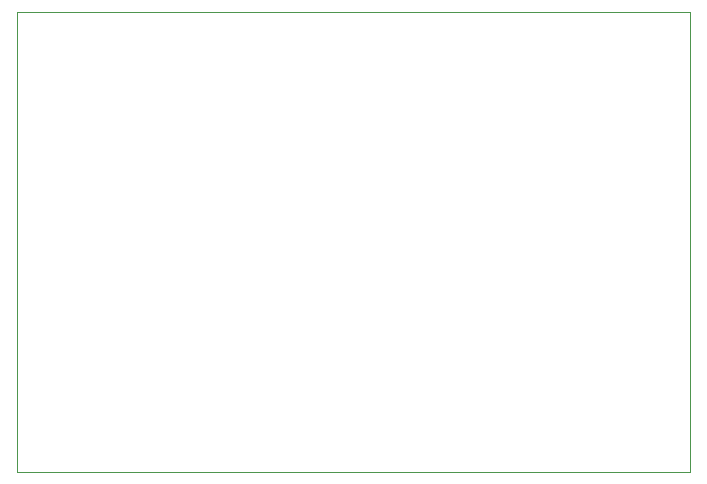
<source format=gbr>
%TF.GenerationSoftware,KiCad,Pcbnew,8.0.1*%
%TF.CreationDate,2024-04-28T17:40:03+05:30*%
%TF.ProjectId,ecg,6563672e-6b69-4636-9164-5f7063625858,rev?*%
%TF.SameCoordinates,Original*%
%TF.FileFunction,Profile,NP*%
%FSLAX46Y46*%
G04 Gerber Fmt 4.6, Leading zero omitted, Abs format (unit mm)*
G04 Created by KiCad (PCBNEW 8.0.1) date 2024-04-28 17:40:03*
%MOMM*%
%LPD*%
G01*
G04 APERTURE LIST*
%TA.AperFunction,Profile*%
%ADD10C,0.050000*%
%TD*%
G04 APERTURE END LIST*
D10*
X134000000Y-79000000D02*
X191000000Y-79000000D01*
X191000000Y-118000000D02*
X191000000Y-79000000D01*
X134000000Y-118000000D02*
X191000000Y-118000000D01*
X134000000Y-79000000D02*
X134000000Y-118000000D01*
M02*

</source>
